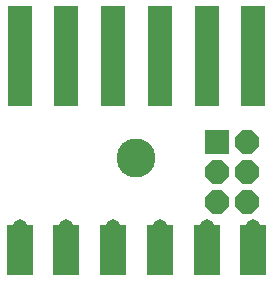
<source format=gbs>
G04 EAGLE Gerber RS-274X export*
G75*
%MOMM*%
%FSLAX34Y34*%
%LPD*%
%INBottom Soldermask*%
%IPPOS*%
%AMOC8*
5,1,8,0,0,1.08239X$1,22.5*%
G01*
%ADD10C,3.303200*%
%ADD11R,2.108200X8.458200*%
%ADD12R,2.203200X4.203200*%
%ADD13C,1.311200*%
%ADD14R,2.032000X2.032000*%
%ADD15P,2.199416X8X292.500000*%


D10*
X138700Y868000D03*
D11*
X237700Y954540D03*
X198100Y954540D03*
X158500Y954540D03*
X118900Y954540D03*
X79300Y954540D03*
X39700Y954540D03*
D12*
X39700Y790000D03*
X79300Y790000D03*
X118900Y790000D03*
X158500Y790000D03*
X198100Y790000D03*
X237700Y790000D03*
D13*
X39700Y809800D03*
X79300Y809800D03*
X118900Y809800D03*
X158500Y809800D03*
X198100Y809800D03*
X237700Y809800D03*
D14*
X207300Y881400D03*
D15*
X232700Y881400D03*
X207300Y856000D03*
X232700Y856000D03*
X207300Y830600D03*
X232700Y830600D03*
M02*

</source>
